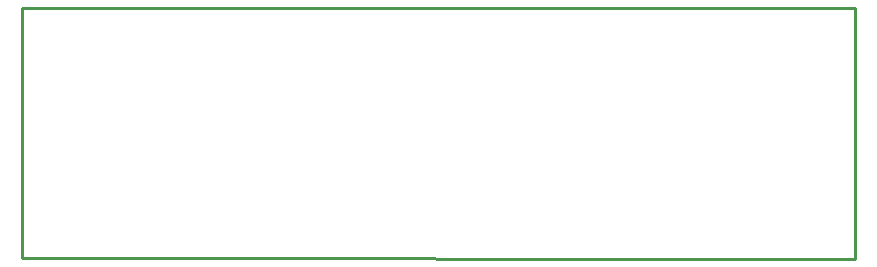
<source format=gbr>
G04 EAGLE Gerber RS-274X export*
G75*
%MOMM*%
%FSLAX34Y34*%
%LPD*%
%IN*%
%IPPOS*%
%AMOC8*
5,1,8,0,0,1.08239X$1,22.5*%
G01*
%ADD10C,0.254000*%


D10*
X358140Y392430D02*
X1062790Y391160D01*
X1062790Y603760D01*
X358140Y603760D01*
X358140Y392430D01*
M02*

</source>
